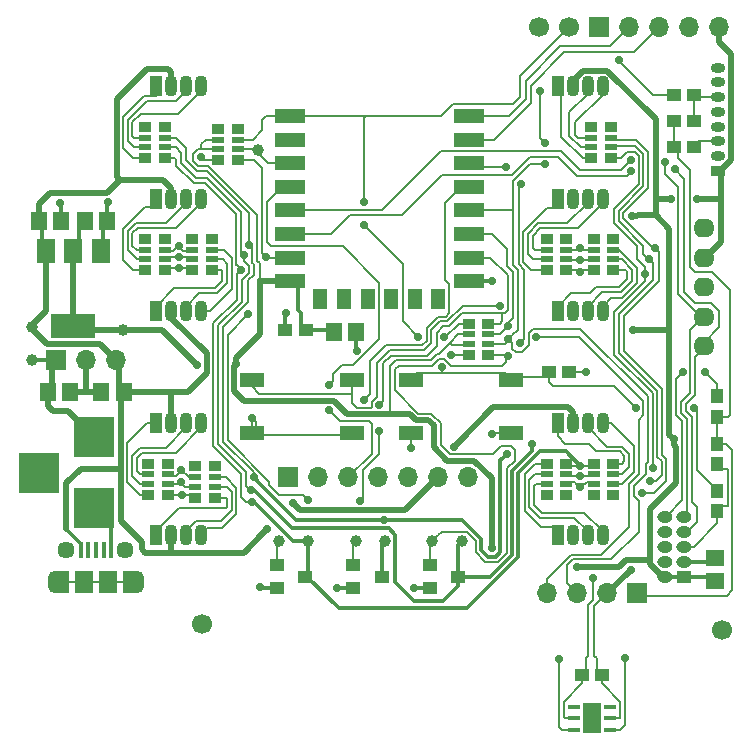
<source format=gtl>
G04 #@! TF.FileFunction,Copper,L1,Top,Signal*
%FSLAX46Y46*%
G04 Gerber Fmt 4.6, Leading zero omitted, Abs format (unit mm)*
G04 Created by KiCad (PCBNEW 4.0.7) date 05/23/18 21:21:20*
%MOMM*%
%LPD*%
G01*
G04 APERTURE LIST*
%ADD10C,0.100000*%
%ADD11R,1.000000X0.850000*%
%ADD12R,1.000000X0.600000*%
%ADD13R,1.700000X1.700000*%
%ADD14O,1.700000X1.700000*%
%ADD15R,1.300000X1.000000*%
%ADD16O,1.300000X1.000000*%
%ADD17R,3.500000X3.500000*%
%ADD18R,3.800000X2.000000*%
%ADD19R,1.500000X2.000000*%
%ADD20R,1.500000X1.900000*%
%ADD21C,1.450000*%
%ADD22R,0.400000X1.350000*%
%ADD23O,1.200000X1.900000*%
%ADD24R,1.200000X1.900000*%
%ADD25R,2.500000X1.200000*%
%ADD26R,1.200000X1.800000*%
%ADD27R,1.200000X0.850000*%
%ADD28O,1.200000X0.850000*%
%ADD29R,2.000000X1.300000*%
%ADD30C,1.000000*%
%ADD31C,1.700000*%
%ADD32R,1.600000X2.500000*%
%ADD33R,1.050000X0.450000*%
%ADD34R,1.200000X1.100000*%
%ADD35R,1.100000X1.200000*%
%ADD36R,1.400000X1.550000*%
%ADD37R,1.550000X1.400000*%
%ADD38R,1.070000X1.800000*%
%ADD39O,1.070000X1.800000*%
%ADD40O,1.800000X1.600000*%
%ADD41C,0.700000*%
%ADD42C,0.500000*%
%ADD43C,0.300000*%
%ADD44C,0.200000*%
G04 APERTURE END LIST*
D10*
D11*
X86075000Y-84825000D03*
D12*
X86075000Y-83900000D03*
X86075000Y-83100000D03*
D11*
X86075000Y-82175000D03*
X84425000Y-82175000D03*
D12*
X84425000Y-83100000D03*
X84425000Y-83900000D03*
D11*
X84425000Y-84825000D03*
X107575000Y-70075000D03*
D12*
X107575000Y-71000000D03*
X107575000Y-71800000D03*
D11*
X107575000Y-72725000D03*
X109225000Y-72725000D03*
D12*
X109225000Y-71800000D03*
X109225000Y-71000000D03*
D11*
X109225000Y-70075000D03*
D13*
X92255000Y-83100000D03*
D14*
X94795000Y-83100000D03*
X97335000Y-83100000D03*
X99875000Y-83100000D03*
X102415000Y-83100000D03*
X104955000Y-83100000D03*
X107495000Y-83100000D03*
D15*
X125785000Y-91540000D03*
D16*
X124215000Y-91540000D03*
X125785000Y-90270000D03*
X124215000Y-90270000D03*
X125785000Y-89000000D03*
X124215000Y-89000000D03*
X125785000Y-87730000D03*
X124215000Y-87730000D03*
X125785000Y-86460000D03*
X124215000Y-86460000D03*
D17*
X75850000Y-79700000D03*
X75850000Y-85700000D03*
X71150000Y-82700000D03*
D18*
X74100000Y-70250000D03*
D19*
X74100000Y-63950000D03*
X71800000Y-63950000D03*
X76400000Y-63950000D03*
D20*
X77000000Y-91950000D03*
D21*
X73500000Y-89250000D03*
D22*
X75350000Y-89250000D03*
X74700000Y-89250000D03*
X77300000Y-89250000D03*
X76650000Y-89250000D03*
X76000000Y-89250000D03*
D21*
X78500000Y-89250000D03*
D20*
X75000000Y-91950000D03*
D23*
X72500000Y-91950000D03*
X79500000Y-91950000D03*
D24*
X78900000Y-91950000D03*
X73100000Y-91950000D03*
D25*
X92400000Y-52500000D03*
X92400000Y-54500000D03*
X92400000Y-56500000D03*
X92400000Y-58500000D03*
X92400000Y-60500000D03*
X92400000Y-62500000D03*
X92400000Y-64500000D03*
X92400000Y-66500000D03*
D26*
X95000000Y-68000000D03*
X97000000Y-68000000D03*
X99000000Y-68000000D03*
X101000000Y-68000000D03*
X103000000Y-68000000D03*
X105000000Y-68000000D03*
D25*
X107600000Y-66500000D03*
X107600000Y-64500000D03*
X107600000Y-62500000D03*
X107600000Y-60500000D03*
X107600000Y-58500000D03*
X107600000Y-56500000D03*
X107600000Y-54500000D03*
X107600000Y-52500000D03*
D27*
X128700000Y-57150000D03*
D28*
X128700000Y-55900000D03*
X128700000Y-54650000D03*
X128700000Y-53400000D03*
X128700000Y-52150000D03*
X128700000Y-50900000D03*
X128700000Y-49650000D03*
X128700000Y-48400000D03*
D15*
X91300000Y-90550000D03*
X91300000Y-92450000D03*
X93700000Y-91500000D03*
X97800000Y-90550000D03*
X97800000Y-92450000D03*
X100200000Y-91500000D03*
X104300000Y-90550000D03*
X104300000Y-92450000D03*
X106700000Y-91500000D03*
D29*
X102650000Y-74850000D03*
X102650000Y-79350000D03*
X111150000Y-79350000D03*
X111150000Y-74850000D03*
X89200000Y-74850000D03*
X89200000Y-79350000D03*
X97700000Y-79350000D03*
X97700000Y-74850000D03*
D13*
X121810000Y-92900000D03*
D14*
X119270000Y-92900000D03*
X116730000Y-92900000D03*
X114190000Y-92900000D03*
D30*
X89750000Y-55400000D03*
D31*
X85000000Y-95500000D03*
D30*
X91500000Y-88500000D03*
D31*
X113490000Y-45000000D03*
X116030000Y-45000000D03*
D30*
X98000000Y-88500000D03*
X104500000Y-88500000D03*
X70600000Y-70400000D03*
X70600000Y-73200000D03*
X94000000Y-88500000D03*
X100500000Y-88500000D03*
X107000000Y-88500000D03*
X78300000Y-70600000D03*
D31*
X129000000Y-96000000D03*
D13*
X118570000Y-45000000D03*
D14*
X121110000Y-45000000D03*
X123650000Y-45000000D03*
X126190000Y-45000000D03*
X128730000Y-45000000D03*
D32*
X118000000Y-103500000D03*
D33*
X119550000Y-104500000D03*
X119550000Y-103500000D03*
X119550000Y-102500000D03*
X116450000Y-102500000D03*
X116450000Y-103500000D03*
X116450000Y-104500000D03*
D34*
X93750000Y-70600000D03*
X92050000Y-70600000D03*
X114350000Y-74200000D03*
X116050000Y-74200000D03*
X117150000Y-99800000D03*
X118850000Y-99800000D03*
D35*
X128600000Y-85950000D03*
X128600000Y-84250000D03*
D34*
X126650000Y-55100000D03*
X124950000Y-55100000D03*
X126650000Y-52900000D03*
X124950000Y-52900000D03*
X126650000Y-50700000D03*
X124950000Y-50700000D03*
D35*
X128600000Y-77950000D03*
X128600000Y-76250000D03*
X128600000Y-80250000D03*
X128600000Y-81950000D03*
D13*
X72585000Y-73150000D03*
D14*
X75125000Y-73150000D03*
X77665000Y-73150000D03*
D36*
X71950000Y-75900000D03*
X73850000Y-75900000D03*
X71150000Y-61400000D03*
X73050000Y-61400000D03*
X78350000Y-75900000D03*
X76450000Y-75900000D03*
X75050000Y-61400000D03*
X76950000Y-61400000D03*
X96150000Y-70800000D03*
X98050000Y-70800000D03*
D37*
X128400000Y-91850000D03*
X128400000Y-89950000D03*
D38*
X115095000Y-88000000D03*
D39*
X116365000Y-88000000D03*
X117635000Y-88000000D03*
X118905000Y-88000000D03*
D38*
X115095000Y-78500000D03*
D39*
X116365000Y-78500000D03*
X117635000Y-78500000D03*
X118905000Y-78500000D03*
D38*
X115095000Y-69000000D03*
D39*
X116365000Y-69000000D03*
X117635000Y-69000000D03*
X118905000Y-69000000D03*
D38*
X115095000Y-59500000D03*
D39*
X116365000Y-59500000D03*
X117635000Y-59500000D03*
X118905000Y-59500000D03*
D38*
X115095000Y-50000000D03*
D39*
X116365000Y-50000000D03*
X117635000Y-50000000D03*
X118905000Y-50000000D03*
D38*
X81095000Y-88000000D03*
D39*
X82365000Y-88000000D03*
X83635000Y-88000000D03*
X84905000Y-88000000D03*
D38*
X81095000Y-78500000D03*
D39*
X82365000Y-78500000D03*
X83635000Y-78500000D03*
X84905000Y-78500000D03*
D38*
X81095000Y-69000000D03*
D39*
X82365000Y-69000000D03*
X83635000Y-69000000D03*
X84905000Y-69000000D03*
D38*
X81095000Y-59500000D03*
D39*
X82365000Y-59500000D03*
X83635000Y-59500000D03*
X84905000Y-59500000D03*
D38*
X81095000Y-50000000D03*
D39*
X82365000Y-50000000D03*
X83635000Y-50000000D03*
X84905000Y-50000000D03*
D11*
X81825000Y-56075000D03*
D12*
X81825000Y-55150000D03*
X81825000Y-54350000D03*
D11*
X81825000Y-53425000D03*
X80175000Y-53425000D03*
D12*
X80175000Y-54350000D03*
X80175000Y-55150000D03*
D11*
X80175000Y-56075000D03*
X81825000Y-65575000D03*
D12*
X81825000Y-64650000D03*
X81825000Y-63850000D03*
D11*
X81825000Y-62925000D03*
X80175000Y-62925000D03*
D12*
X80175000Y-63850000D03*
X80175000Y-64650000D03*
D11*
X80175000Y-65575000D03*
X85825000Y-65575000D03*
D12*
X85825000Y-64650000D03*
X85825000Y-63850000D03*
D11*
X85825000Y-62925000D03*
X84175000Y-62925000D03*
D12*
X84175000Y-63850000D03*
X84175000Y-64650000D03*
D11*
X84175000Y-65575000D03*
X82075000Y-84575000D03*
D12*
X82075000Y-83650000D03*
X82075000Y-82850000D03*
D11*
X82075000Y-81925000D03*
X80425000Y-81925000D03*
D12*
X80425000Y-82850000D03*
X80425000Y-83650000D03*
D11*
X80425000Y-84575000D03*
X119575000Y-56075000D03*
D12*
X119575000Y-55150000D03*
X119575000Y-54350000D03*
D11*
X119575000Y-53425000D03*
X117925000Y-53425000D03*
D12*
X117925000Y-54350000D03*
X117925000Y-55150000D03*
D11*
X117925000Y-56075000D03*
X115825000Y-65575000D03*
D12*
X115825000Y-64650000D03*
X115825000Y-63850000D03*
D11*
X115825000Y-62925000D03*
X114175000Y-62925000D03*
D12*
X114175000Y-63850000D03*
X114175000Y-64650000D03*
D11*
X114175000Y-65575000D03*
X119825000Y-65575000D03*
D12*
X119825000Y-64650000D03*
X119825000Y-63850000D03*
D11*
X119825000Y-62925000D03*
X118175000Y-62925000D03*
D12*
X118175000Y-63850000D03*
X118175000Y-64650000D03*
D11*
X118175000Y-65575000D03*
X118175000Y-81925000D03*
D12*
X118175000Y-82850000D03*
X118175000Y-83650000D03*
D11*
X118175000Y-84575000D03*
X119825000Y-84575000D03*
D12*
X119825000Y-83650000D03*
X119825000Y-82850000D03*
D11*
X119825000Y-81925000D03*
X114175000Y-81925000D03*
D12*
X114175000Y-82850000D03*
X114175000Y-83650000D03*
D11*
X114175000Y-84575000D03*
X115825000Y-84575000D03*
D12*
X115825000Y-83650000D03*
X115825000Y-82850000D03*
D11*
X115825000Y-81925000D03*
X86375000Y-53575000D03*
D12*
X86375000Y-54500000D03*
X86375000Y-55300000D03*
D11*
X86375000Y-56225000D03*
X88025000Y-56225000D03*
D12*
X88025000Y-55300000D03*
X88025000Y-54500000D03*
D11*
X88025000Y-53575000D03*
D40*
X127500000Y-72000000D03*
X127500000Y-69500000D03*
X127500000Y-67000000D03*
X127500000Y-64500000D03*
X127500000Y-62000000D03*
D41*
X92083309Y-69216691D03*
X98100000Y-72400000D03*
X89200000Y-78099999D03*
X106100000Y-72700000D03*
X89900000Y-92400000D03*
X96400000Y-92500000D03*
X102900000Y-92500000D03*
X102700004Y-80600000D03*
X121300000Y-90900000D03*
X105500000Y-71250010D03*
X77000000Y-59800000D03*
X73000000Y-59900000D03*
X84900010Y-56000000D03*
X117500000Y-74200000D03*
X109500000Y-66500000D03*
X109500000Y-79400000D03*
X126910000Y-59500000D03*
X90500000Y-87499999D03*
X106300000Y-80500000D03*
X121500000Y-70600000D03*
X124700000Y-59500000D03*
X121358104Y-60942430D03*
X116700000Y-90700000D03*
X124907875Y-79861653D03*
X92700000Y-85300000D03*
X84599935Y-73600000D03*
X87839991Y-73500000D03*
X109500000Y-89100000D03*
X118100000Y-91599999D03*
X105300720Y-73781978D03*
X98699998Y-61700000D03*
X98700000Y-59799978D03*
X103300000Y-71200000D03*
X121700008Y-77200000D03*
X126600000Y-77200000D03*
X120300000Y-47800000D03*
X113300020Y-71200000D03*
X110909627Y-70309627D03*
X115200000Y-98500000D03*
X121300000Y-57200018D03*
X125000000Y-57000000D03*
X121300000Y-56200000D03*
X124200045Y-56400000D03*
X94000000Y-85000000D03*
X88900000Y-69300000D03*
X90400000Y-64400000D03*
X83300000Y-84600000D03*
X89200000Y-85200000D03*
X123200000Y-82300000D03*
X122490373Y-65890373D03*
X117000000Y-65700000D03*
X88300000Y-65500000D03*
X83000000Y-65400000D03*
X117000000Y-82099997D03*
X99993938Y-76939990D03*
X98400000Y-85100000D03*
X100000000Y-79200000D03*
X89350021Y-83100000D03*
X122200000Y-84400000D03*
X110800000Y-81100000D03*
X123300000Y-63700000D03*
X117000000Y-63700000D03*
X88950021Y-63403706D03*
X100400000Y-86700000D03*
X83250000Y-82500000D03*
X83000000Y-63549997D03*
X117000000Y-83900000D03*
X110900000Y-72800000D03*
X112000000Y-58300000D03*
X110700000Y-56800000D03*
X111900000Y-71700000D03*
X112900000Y-80300000D03*
X89100000Y-84200000D03*
X122900000Y-83400000D03*
X122800000Y-64600000D03*
X117000000Y-64700000D03*
X83168664Y-83531336D03*
X88550010Y-64302334D03*
X83000000Y-64450000D03*
X117000000Y-83000000D03*
X110899998Y-71400000D03*
X110249968Y-68549990D03*
X114000000Y-56600004D03*
X114000000Y-54800000D03*
X120800000Y-98400000D03*
X113600000Y-50400000D03*
X95700006Y-77400000D03*
X95700000Y-75300000D03*
X98700000Y-76579979D03*
X125700000Y-74200000D03*
X127600023Y-74200000D03*
D42*
X75850000Y-79700000D02*
X73650000Y-77500000D01*
X73650000Y-77500000D02*
X72400000Y-77500000D01*
X72400000Y-77500000D02*
X71950000Y-77050000D01*
X71950000Y-77050000D02*
X71950000Y-75900000D01*
D43*
X70600000Y-73200000D02*
X72535000Y-73200000D01*
X72535000Y-73200000D02*
X72585000Y-73150000D01*
D42*
X72585000Y-73150000D02*
X72300000Y-73435000D01*
X72300000Y-73435000D02*
X72300000Y-75550000D01*
X72300000Y-75550000D02*
X71950000Y-75900000D01*
D43*
X92050000Y-70600000D02*
X92050000Y-69250000D01*
X92050000Y-69250000D02*
X92083309Y-69216691D01*
X98050000Y-70800000D02*
X98050000Y-72350000D01*
X98050000Y-72350000D02*
X98100000Y-72400000D01*
D44*
X97700000Y-79850000D02*
X97350000Y-79500000D01*
X89600000Y-79500000D02*
X89549999Y-79449999D01*
X97350000Y-79500000D02*
X89600000Y-79500000D01*
X89549999Y-79449999D02*
X89549999Y-78449998D01*
X89549999Y-78449998D02*
X89200000Y-78099999D01*
X89200000Y-78594973D02*
X89200000Y-78099999D01*
X89200000Y-79850000D02*
X89200000Y-78594973D01*
X106125000Y-72725000D02*
X106100000Y-72700000D01*
X107575000Y-72725000D02*
X106125000Y-72725000D01*
X106725000Y-70075000D02*
X105549990Y-71250010D01*
X107575000Y-70075000D02*
X106725000Y-70075000D01*
X105549990Y-71250010D02*
X105500000Y-71250010D01*
D43*
X89950000Y-92450000D02*
X89900000Y-92400000D01*
X91300000Y-92450000D02*
X89950000Y-92450000D01*
X96450000Y-92450000D02*
X96400000Y-92500000D01*
X97800000Y-92450000D02*
X96450000Y-92450000D01*
X104300000Y-92450000D02*
X102950000Y-92450000D01*
X102950000Y-92450000D02*
X102900000Y-92500000D01*
D44*
X102650000Y-80549996D02*
X102700004Y-80600000D01*
X102650000Y-79350000D02*
X102650000Y-80549996D01*
X118850000Y-99800000D02*
X118400000Y-99350000D01*
X118400000Y-99350000D02*
X118400000Y-98400000D01*
X118200000Y-98200000D02*
X118200000Y-93970000D01*
X118400000Y-98400000D02*
X118200000Y-98200000D01*
X118200000Y-93970000D02*
X119270000Y-92900000D01*
X119550000Y-103500000D02*
X120375001Y-103500000D01*
X120375001Y-103500000D02*
X120375001Y-102075001D01*
X120375001Y-102075001D02*
X118850000Y-100550000D01*
X118850000Y-100550000D02*
X118850000Y-99800000D01*
D42*
X121270000Y-90900000D02*
X121300000Y-90900000D01*
X119270000Y-92900000D02*
X121270000Y-90900000D01*
D43*
X77300000Y-87150000D02*
X75850000Y-85700000D01*
D42*
X73850000Y-75900000D02*
X75200000Y-75900000D01*
X75200000Y-75900000D02*
X76450000Y-75900000D01*
X75125000Y-75825000D02*
X75200000Y-75900000D01*
D44*
X77000000Y-91950000D02*
X75000000Y-91950000D01*
D43*
X76950000Y-59850000D02*
X77000000Y-59800000D01*
X76600000Y-63750000D02*
X76600000Y-61750000D01*
X76600000Y-61750000D02*
X76950000Y-61400000D01*
X73050000Y-61400000D02*
X73050000Y-59950000D01*
D44*
X86375000Y-56225000D02*
X85125010Y-56225000D01*
X85125010Y-56225000D02*
X84900010Y-56000000D01*
D43*
X128080000Y-90270000D02*
X128400000Y-89950000D01*
D42*
X75125000Y-73150000D02*
X75125000Y-75825000D01*
D43*
X107600000Y-66500000D02*
X109500000Y-66500000D01*
X125635000Y-90270000D02*
X128080000Y-90270000D01*
D44*
X77000000Y-91950000D02*
X78900000Y-91950000D01*
D43*
X73050000Y-59950000D02*
X73000000Y-59900000D01*
D44*
X75000000Y-91950000D02*
X73100000Y-91950000D01*
D43*
X76400000Y-63950000D02*
X76600000Y-63750000D01*
D44*
X116050000Y-74200000D02*
X117500000Y-74200000D01*
X111150000Y-79350000D02*
X109550000Y-79350000D01*
D43*
X76950000Y-61400000D02*
X76950000Y-59850000D01*
D44*
X109550000Y-79350000D02*
X109500000Y-79400000D01*
D43*
X77300000Y-89250000D02*
X77300000Y-87150000D01*
D42*
X128900000Y-63200000D02*
X128900000Y-59600000D01*
X128900000Y-59600000D02*
X128900000Y-57200000D01*
X126910000Y-59500000D02*
X128800000Y-59500000D01*
X128800000Y-59500000D02*
X128900000Y-59600000D01*
X127500000Y-64500000D02*
X127600000Y-64500000D01*
X127600000Y-64500000D02*
X128900000Y-63200000D01*
X128850000Y-57150000D02*
X128700000Y-57150000D01*
X128900000Y-57200000D02*
X128850000Y-57150000D01*
X82365000Y-50000000D02*
X82365000Y-48765000D01*
X82365000Y-48765000D02*
X82100000Y-48500000D01*
X82100000Y-48500000D02*
X80349998Y-48500000D01*
X80349998Y-48500000D02*
X77749967Y-51100031D01*
X77749967Y-51100031D02*
X77749967Y-57624998D01*
X77749967Y-57624998D02*
X78024969Y-57900000D01*
X82300000Y-75900000D02*
X83800000Y-75900000D01*
X82365000Y-69565000D02*
X82365000Y-69000000D01*
X85399945Y-72599945D02*
X82365000Y-69565000D01*
X85399945Y-74300055D02*
X85399945Y-72599945D01*
X83800000Y-75900000D02*
X85399945Y-74300055D01*
X78100000Y-82400000D02*
X78100000Y-76400000D01*
X78100000Y-76400000D02*
X78350000Y-76150000D01*
X78350000Y-76150000D02*
X78350000Y-75900000D01*
X82365000Y-78500000D02*
X82365000Y-75965000D01*
X82365000Y-75965000D02*
X82300000Y-75900000D01*
X82300000Y-75900000D02*
X78350000Y-75900000D01*
X71150000Y-61400000D02*
X71150000Y-59950000D01*
X71150000Y-59950000D02*
X72100000Y-59000000D01*
X72100000Y-59000000D02*
X76924969Y-59000000D01*
X76924969Y-59000000D02*
X78024969Y-57900000D01*
X78024969Y-57900000D02*
X81700000Y-57900000D01*
X82365000Y-58565000D02*
X82365000Y-59500000D01*
X81700000Y-57900000D02*
X82365000Y-58565000D01*
X77665000Y-73150000D02*
X76315000Y-71800000D01*
X76315000Y-71800000D02*
X71900000Y-71800000D01*
X70450000Y-70350000D02*
X71800000Y-69000000D01*
X71900000Y-71800000D02*
X70450000Y-70350000D01*
X71800000Y-69000000D02*
X71800000Y-63950000D01*
X73500000Y-87500000D02*
X73500000Y-83600000D01*
X73500000Y-83600000D02*
X74700000Y-82400000D01*
X74700000Y-82400000D02*
X78100000Y-82400000D01*
X78100000Y-82400000D02*
X78100000Y-86800000D01*
X78100000Y-86800000D02*
X79900000Y-88600000D01*
X79900000Y-88600000D02*
X79900000Y-89200000D01*
X79900000Y-89200000D02*
X80200000Y-89500000D01*
X80200000Y-89500000D02*
X82400000Y-89500000D01*
X82400000Y-89500000D02*
X82365000Y-89465000D01*
X82365000Y-89465000D02*
X82365000Y-88000000D01*
D43*
X74700000Y-89250000D02*
X74700000Y-88700000D01*
X74700000Y-88700000D02*
X73500000Y-87500000D01*
D42*
X82365000Y-88000000D02*
X82365000Y-89500000D01*
X88499999Y-89500000D02*
X90150001Y-87849998D01*
X82365000Y-89500000D02*
X88499999Y-89500000D01*
X90150001Y-87849998D02*
X90500000Y-87499999D01*
X125100023Y-80548775D02*
X124907875Y-80356627D01*
X125100023Y-83583981D02*
X125100023Y-80548775D01*
X122900000Y-89200000D02*
X122900000Y-85784004D01*
X122900000Y-85784004D02*
X125100023Y-83583981D01*
X124907875Y-80356627D02*
X124907875Y-79861653D01*
X109650001Y-77149999D02*
X106649999Y-80150001D01*
X116365000Y-77524998D02*
X115990001Y-77149999D01*
X116365000Y-78500000D02*
X116365000Y-77524998D01*
X115990001Y-77149999D02*
X109650001Y-77149999D01*
X106649999Y-80150001D02*
X106300000Y-80500000D01*
X122900000Y-89200000D02*
X122900000Y-90100000D01*
X122900000Y-90100000D02*
X120900000Y-90100000D01*
X120900000Y-90100000D02*
X120300000Y-90700000D01*
X120300000Y-90700000D02*
X117194974Y-90700000D01*
X117194974Y-90700000D02*
X116700000Y-90700000D01*
X124557876Y-62057876D02*
X124557876Y-70500000D01*
X124557876Y-70500000D02*
X124557876Y-79511654D01*
X121500000Y-70600000D02*
X124457876Y-70600000D01*
X124457876Y-70600000D02*
X124557876Y-70500000D01*
X123400001Y-60900001D02*
X124557876Y-62057876D01*
X124557876Y-79511654D02*
X124907875Y-79861653D01*
X121358104Y-60942430D02*
X121853078Y-60942430D01*
X121853078Y-60942430D02*
X121895507Y-60900001D01*
X121895507Y-60900001D02*
X123400001Y-60900001D01*
X123400001Y-60900001D02*
X123400001Y-59500000D01*
X123400001Y-59500000D02*
X123400001Y-58900000D01*
X124700000Y-59500000D02*
X123400001Y-59500000D01*
X116365000Y-49511986D02*
X117226996Y-48649990D01*
X119313004Y-48649990D02*
X123400035Y-52737021D01*
X123400035Y-57399966D02*
X123400001Y-57400000D01*
X116365000Y-50000000D02*
X116365000Y-49511986D01*
X117226996Y-48649990D02*
X119313004Y-48649990D01*
X123400035Y-52737021D02*
X123400035Y-57399966D01*
X123400001Y-58900000D02*
X123400001Y-58900533D01*
X123400001Y-57400000D02*
X123400001Y-58900000D01*
X77665000Y-73150000D02*
X78000000Y-73485000D01*
X78000000Y-73485000D02*
X78000000Y-75550000D01*
X78000000Y-75550000D02*
X78350000Y-75900000D01*
X104955000Y-83100000D02*
X102155000Y-85900000D01*
X102155000Y-85900000D02*
X93300000Y-85900000D01*
X93300000Y-85900000D02*
X92700000Y-85300000D01*
D43*
X71150000Y-61400000D02*
X71400000Y-61650000D01*
X71400000Y-61650000D02*
X71400000Y-63550000D01*
X71400000Y-63550000D02*
X71800000Y-63950000D01*
D42*
X128730000Y-45000000D02*
X128730000Y-46202081D01*
X128730000Y-46202081D02*
X129800000Y-47272081D01*
X129800000Y-47272081D02*
X129800000Y-56225000D01*
X129800000Y-56225000D02*
X128875000Y-57150000D01*
X128875000Y-57150000D02*
X128700000Y-57150000D01*
X122900000Y-89200000D02*
X122900000Y-90448517D01*
X123400001Y-57400000D02*
X123400001Y-57900000D01*
X122900000Y-90448517D02*
X123991483Y-91540000D01*
X123991483Y-91540000D02*
X124365000Y-91540000D01*
D43*
X124365000Y-91540000D02*
X125635000Y-91540000D01*
X125635000Y-91540000D02*
X128090000Y-91540000D01*
X128090000Y-91540000D02*
X128400000Y-91850000D01*
D44*
X128600000Y-77950000D02*
X129550000Y-77950000D01*
X129700000Y-77800000D02*
X129700000Y-67200000D01*
X129550000Y-77950000D02*
X129700000Y-77800000D01*
X129700000Y-67200000D02*
X128200000Y-65700000D01*
X126700000Y-65700000D02*
X126300000Y-65300000D01*
X128200000Y-65700000D02*
X126700000Y-65700000D01*
X126300000Y-65300000D02*
X126300000Y-57100000D01*
X125300000Y-55200000D02*
X125200000Y-55100000D01*
X126300000Y-57100000D02*
X125300000Y-56100000D01*
X125300000Y-56100000D02*
X125300000Y-55200000D01*
X125200000Y-55100000D02*
X124950000Y-55100000D01*
D42*
X87839991Y-73500000D02*
X87839991Y-73560009D01*
X87700000Y-75800000D02*
X88500000Y-76600000D01*
X87839991Y-73560009D02*
X87700000Y-73700000D01*
X87700000Y-73700000D02*
X87700000Y-75800000D01*
X88500000Y-76600000D02*
X96124802Y-76600000D01*
X96124802Y-76600000D02*
X97224802Y-77700000D01*
X97224802Y-77700000D02*
X101000000Y-77700000D01*
D43*
X92400000Y-66500000D02*
X92700000Y-66800000D01*
X92700000Y-66800000D02*
X93100000Y-66800000D01*
X93100000Y-66800000D02*
X93100000Y-68900000D01*
X93100000Y-68900000D02*
X93400000Y-69200000D01*
X93400000Y-69200000D02*
X93400000Y-70250000D01*
X93400000Y-70250000D02*
X93750000Y-70600000D01*
X93750000Y-70600000D02*
X95950000Y-70600000D01*
X95950000Y-70600000D02*
X96150000Y-70800000D01*
D42*
X101000000Y-77700000D02*
X102588736Y-77700000D01*
D44*
X100900000Y-73700000D02*
X100900000Y-77600000D01*
X100900000Y-77600000D02*
X101000000Y-77700000D01*
D42*
X108019014Y-81700012D02*
X109500000Y-83180998D01*
X104600000Y-80539835D02*
X105760177Y-81700012D01*
X102588736Y-77700000D02*
X103138735Y-78249999D01*
X103138735Y-78249999D02*
X104149999Y-78249999D01*
X104149999Y-78249999D02*
X104600000Y-78700000D01*
X109500000Y-83180998D02*
X109500000Y-88605026D01*
X104600000Y-78700000D02*
X104600000Y-80539835D01*
X105760177Y-81700012D02*
X108019014Y-81700012D01*
X109500000Y-88605026D02*
X109500000Y-89100000D01*
D44*
X84900000Y-54900000D02*
X84900000Y-55300000D01*
X85300000Y-54500000D02*
X84900000Y-54900000D01*
X84700000Y-55300000D02*
X84900000Y-55300000D01*
X84900000Y-55300000D02*
X86375000Y-55300000D01*
X86375000Y-54500000D02*
X85300000Y-54500000D01*
X85497100Y-56700000D02*
X89651917Y-60854817D01*
X89651917Y-60854817D02*
X89651917Y-64758515D01*
X89877948Y-65861922D02*
X89877948Y-66356896D01*
X84700000Y-55300000D02*
X84637988Y-55300000D01*
X84637988Y-55300000D02*
X84249990Y-55687998D01*
X84249990Y-55687998D02*
X84249990Y-56311982D01*
X84249990Y-56311982D02*
X84638008Y-56700000D01*
X89877948Y-64984546D02*
X89877948Y-65861922D01*
X84638008Y-56700000D02*
X85497100Y-56700000D01*
X89651917Y-64758515D02*
X89877948Y-64984546D01*
D42*
X84249936Y-73250001D02*
X84599935Y-73600000D01*
X78300000Y-70600000D02*
X81599935Y-70600000D01*
X81599935Y-70600000D02*
X84249936Y-73250001D01*
X87839991Y-73500000D02*
X87839991Y-72960009D01*
X87839991Y-72960009D02*
X89877948Y-70922052D01*
X89877948Y-70922052D02*
X89877948Y-66851870D01*
X89877948Y-66851870D02*
X89877948Y-66356896D01*
X74100000Y-70250000D02*
X74450000Y-70600000D01*
X74450000Y-70600000D02*
X78300000Y-70600000D01*
D44*
X106672296Y-71000000D02*
X105972296Y-71700000D01*
X105972296Y-71700000D02*
X105022309Y-72649987D01*
X107575000Y-71800000D02*
X107475000Y-71900000D01*
X107475000Y-71900000D02*
X106172296Y-71900000D01*
X106172296Y-71900000D02*
X105972296Y-71700000D01*
X104372296Y-73200000D02*
X101400000Y-73200000D01*
X101400000Y-73200000D02*
X100900000Y-73700000D01*
X107575000Y-71000000D02*
X106672296Y-71000000D01*
X105022309Y-72649987D02*
X104922309Y-72649987D01*
X104922309Y-72649987D02*
X104372296Y-73200000D01*
X118100000Y-91599999D02*
X118100000Y-93504300D01*
X118100000Y-93504300D02*
X117700000Y-93904300D01*
X117700000Y-93904300D02*
X117700000Y-98200000D01*
X117700000Y-98200000D02*
X117500000Y-98400000D01*
X117500000Y-98400000D02*
X117500000Y-99450000D01*
X117500000Y-99450000D02*
X117150000Y-99800000D01*
X128600000Y-80250000D02*
X129350000Y-80250000D01*
X129350000Y-80250000D02*
X129900000Y-80800000D01*
X129400000Y-93100000D02*
X122200000Y-93100000D01*
X129900000Y-80800000D02*
X129900000Y-92600000D01*
X129900000Y-92600000D02*
X129400000Y-93100000D01*
X122200000Y-93100000D02*
X122000000Y-92900000D01*
X122000000Y-92900000D02*
X121810000Y-92900000D01*
X116450000Y-103500000D02*
X115725000Y-103500000D01*
X115725000Y-103500000D02*
X115624999Y-103399999D01*
X115624999Y-103399999D02*
X115624999Y-102075001D01*
X115624999Y-102075001D02*
X117150000Y-100550000D01*
X117150000Y-100550000D02*
X117150000Y-99800000D01*
D42*
X92400000Y-66500000D02*
X90021052Y-66500000D01*
X90021052Y-66500000D02*
X89877948Y-66356896D01*
D43*
X74100000Y-63950000D02*
X74600000Y-63450000D01*
X74600000Y-63450000D02*
X74600000Y-61850000D01*
X74600000Y-61850000D02*
X75050000Y-61400000D01*
D42*
X74100000Y-70250000D02*
X74100000Y-68750000D01*
X74100000Y-68750000D02*
X74100000Y-63950000D01*
D44*
X128600000Y-77950000D02*
X128600000Y-80250000D01*
X124950000Y-55100000D02*
X124950000Y-54350000D01*
X124950000Y-54350000D02*
X124950000Y-52900000D01*
X105300720Y-73781978D02*
X105300720Y-74276952D01*
X105277672Y-74300000D02*
X103200000Y-74300000D01*
X105300720Y-74276952D02*
X105277672Y-74300000D01*
X103200000Y-74300000D02*
X102650000Y-74850000D01*
X105300000Y-74300000D02*
X110600000Y-74300000D01*
X110600000Y-74300000D02*
X111150000Y-74850000D01*
X103300000Y-71200000D02*
X102000000Y-69900000D01*
X102000000Y-65000002D02*
X99049997Y-62049999D01*
X98700000Y-52700000D02*
X98700000Y-59305004D01*
X98700000Y-59305004D02*
X98700000Y-59799978D01*
X98900000Y-52500000D02*
X98700000Y-52700000D01*
X99049997Y-62049999D02*
X98699998Y-61700000D01*
X102000000Y-69900000D02*
X102000000Y-65000002D01*
X88025000Y-54500000D02*
X89300000Y-54500000D01*
X89300000Y-54500000D02*
X90100000Y-53700000D01*
X90100000Y-53700000D02*
X90100000Y-52800000D01*
X90100000Y-52800000D02*
X90400000Y-52500000D01*
X90400000Y-52500000D02*
X90950000Y-52500000D01*
X90950000Y-52500000D02*
X92400000Y-52500000D01*
X114350000Y-74200000D02*
X114350000Y-75050000D01*
X114350000Y-75050000D02*
X114700000Y-75400000D01*
X114700000Y-75400000D02*
X119900008Y-75400000D01*
X119900008Y-75400000D02*
X121700008Y-77200000D01*
X126900000Y-82500000D02*
X126900000Y-77500000D01*
X126900000Y-77500000D02*
X126600000Y-77200000D01*
X128600000Y-84200000D02*
X126900000Y-82500000D01*
X128600000Y-84250000D02*
X128600000Y-84200000D01*
X120649999Y-48149999D02*
X120300000Y-47800000D01*
X123200000Y-50700000D02*
X120649999Y-48149999D01*
X124950000Y-50700000D02*
X123200000Y-50700000D01*
X98900000Y-52500000D02*
X105209998Y-52500000D01*
X105209998Y-52500000D02*
X106209998Y-51500000D01*
X111900000Y-49130000D02*
X116030000Y-45000000D01*
X106209998Y-51500000D02*
X111300000Y-51500000D01*
X111900000Y-50900000D02*
X111900000Y-49130000D01*
X111300000Y-51500000D02*
X111900000Y-50900000D01*
X114350000Y-74200000D02*
X113950000Y-74600000D01*
X113950000Y-74600000D02*
X111400000Y-74600000D01*
X111400000Y-74600000D02*
X111150000Y-74850000D01*
X92400000Y-52500000D02*
X98900000Y-52500000D01*
X107600000Y-52500000D02*
X111000000Y-52500000D01*
X111000000Y-52500000D02*
X112399990Y-51100010D01*
X112399990Y-51100010D02*
X112399990Y-49500010D01*
X112399990Y-49500010D02*
X115300000Y-46600000D01*
X115300000Y-46600000D02*
X119510000Y-46600000D01*
X119510000Y-46600000D02*
X121110000Y-45000000D01*
X107600000Y-54500000D02*
X109700000Y-54500000D01*
X109700000Y-54500000D02*
X112800000Y-51400000D01*
X112800000Y-51400000D02*
X112800000Y-49950000D01*
X112800000Y-49950000D02*
X115650000Y-47100000D01*
X115650000Y-47100000D02*
X121550000Y-47100000D01*
X121550000Y-47100000D02*
X123650000Y-45000000D01*
X107600000Y-62500000D02*
X109500000Y-62500000D01*
X109500000Y-62500000D02*
X110800000Y-63800000D01*
X111299988Y-69625012D02*
X110825000Y-70100000D01*
X110800000Y-63800000D02*
X110800000Y-65197100D01*
X110800000Y-65197100D02*
X111299988Y-65697088D01*
X111299988Y-65697088D02*
X111299988Y-69625012D01*
X122000000Y-78200000D02*
X122350009Y-77849991D01*
X121149987Y-83622309D02*
X122000000Y-82772296D01*
X118800893Y-89649989D02*
X121149987Y-87300895D01*
X113794994Y-71200000D02*
X113300020Y-71200000D01*
X121149987Y-87300895D02*
X121149987Y-83622309D01*
X116222310Y-89649989D02*
X118800893Y-89649989D01*
X122000000Y-82772296D02*
X122000000Y-78200000D01*
X116900000Y-71200000D02*
X113794994Y-71200000D01*
X114190000Y-91682299D02*
X116222310Y-89649989D01*
X114190000Y-92900000D02*
X114190000Y-91682299D01*
X122350009Y-77849991D02*
X122350009Y-76650009D01*
X122350009Y-76650009D02*
X116900000Y-71200000D01*
X110825000Y-70100000D02*
X110825000Y-70375000D01*
X110825000Y-70375000D02*
X110200000Y-71000000D01*
X110200000Y-71000000D02*
X109225000Y-71000000D01*
X110825000Y-70100000D02*
X110825000Y-70225000D01*
X110825000Y-70225000D02*
X110909627Y-70309627D01*
X116450000Y-104500000D02*
X115500000Y-104500000D01*
X115500000Y-104500000D02*
X115200000Y-104200000D01*
X115200000Y-98994974D02*
X115200000Y-98500000D01*
X115200000Y-104200000D02*
X115200000Y-98994974D01*
X127500000Y-72000000D02*
X127500000Y-71700000D01*
X127500000Y-71700000D02*
X128800000Y-70400000D01*
X128800000Y-70400000D02*
X128800000Y-69000000D01*
X128800000Y-69000000D02*
X128100000Y-68300000D01*
X128100000Y-68300000D02*
X126700000Y-68300000D01*
X126700000Y-68300000D02*
X125800000Y-67400000D01*
X125800000Y-67400000D02*
X125800000Y-57800000D01*
X125800000Y-57800000D02*
X125000000Y-57000000D01*
X125635000Y-87730000D02*
X126070000Y-87730000D01*
X125949998Y-76887998D02*
X126700000Y-76137996D01*
X126070000Y-87730000D02*
X126900010Y-86899990D01*
X126450056Y-78012060D02*
X125949998Y-77512002D01*
X126700000Y-76137996D02*
X126700000Y-72900000D01*
X126900010Y-86899990D02*
X126900010Y-85600000D01*
X126450056Y-85150046D02*
X126450056Y-78012060D01*
X126700000Y-72900000D02*
X127500000Y-72100000D01*
X126900010Y-85600000D02*
X126450056Y-85150046D01*
X125949998Y-77512002D02*
X125949998Y-76887998D01*
X127500000Y-72100000D02*
X127500000Y-72000000D01*
X92400000Y-62500000D02*
X95900000Y-62500000D01*
X105300000Y-57500000D02*
X111200000Y-57500000D01*
X95900000Y-62500000D02*
X97499989Y-60900011D01*
X97499989Y-60900011D02*
X101899989Y-60900011D01*
X120950001Y-57550017D02*
X121300000Y-57200018D01*
X101899989Y-60900011D02*
X105300000Y-57500000D01*
X111200000Y-57500000D02*
X112750002Y-55949998D01*
X112750002Y-55949998D02*
X115149998Y-55949998D01*
X115149998Y-55949998D02*
X116750017Y-57550017D01*
X116750017Y-57550017D02*
X120950001Y-57550017D01*
X125635000Y-86460000D02*
X126050045Y-86044955D01*
X125549987Y-77677691D02*
X125549987Y-76722309D01*
X126050045Y-86044955D02*
X126050045Y-78177749D01*
X126050045Y-78177749D02*
X125549987Y-77677691D01*
X125549987Y-76722309D02*
X126310001Y-75962295D01*
X126310001Y-75962295D02*
X126310001Y-70589999D01*
X126310001Y-70589999D02*
X127400000Y-69500000D01*
X127400000Y-69500000D02*
X127500000Y-69500000D01*
X125310001Y-58510001D02*
X125310001Y-67100000D01*
X127260880Y-69500000D02*
X125310001Y-67549121D01*
X127500000Y-69500000D02*
X127260880Y-69500000D01*
X125310001Y-67549121D02*
X125310001Y-67100000D01*
X124200045Y-56400000D02*
X124200045Y-57400045D01*
X124200045Y-57400045D02*
X125310001Y-58510001D01*
X100200000Y-60500000D02*
X105200000Y-55500000D01*
X116949999Y-57049999D02*
X120450001Y-57049999D01*
X105200000Y-55500000D02*
X115400000Y-55500000D01*
X92400000Y-60500000D02*
X100200000Y-60500000D01*
X115400000Y-55500000D02*
X116949999Y-57049999D01*
X120450001Y-57049999D02*
X120950001Y-56549999D01*
X120950001Y-56549999D02*
X121300000Y-56200000D01*
X80175000Y-54350000D02*
X79250000Y-54350000D01*
X79250000Y-54350000D02*
X79100000Y-54200000D01*
X79100000Y-54200000D02*
X79100000Y-53034998D01*
X82970000Y-52300000D02*
X84905000Y-50365000D01*
X79100000Y-53034998D02*
X79834998Y-52300000D01*
X79834998Y-52300000D02*
X82970000Y-52300000D01*
X84905000Y-50365000D02*
X84905000Y-50000000D01*
X80175000Y-55150000D02*
X79250000Y-55150000D01*
X79250000Y-55150000D02*
X78699989Y-54599989D01*
X78699989Y-54599989D02*
X78699989Y-52869309D01*
X78699989Y-52869309D02*
X80369298Y-51200001D01*
X80369298Y-51200001D02*
X82799999Y-51200001D01*
X82799999Y-51200001D02*
X83635000Y-50365000D01*
X83635000Y-50365000D02*
X83635000Y-50000000D01*
X79475000Y-63850000D02*
X80175000Y-63850000D01*
X79100000Y-63475000D02*
X79475000Y-63850000D01*
X84905000Y-59500000D02*
X84905000Y-59865000D01*
X79100000Y-62431400D02*
X79100000Y-63475000D01*
X79531400Y-62000000D02*
X79100000Y-62431400D01*
X84905000Y-59865000D02*
X82770000Y-62000000D01*
X82770000Y-62000000D02*
X79531400Y-62000000D01*
X78699989Y-62265711D02*
X78699989Y-63874989D01*
X79475000Y-64650000D02*
X80175000Y-64650000D01*
X79365711Y-61599989D02*
X78699989Y-62265711D01*
X81900011Y-61599989D02*
X79365711Y-61599989D01*
X78699989Y-63874989D02*
X79475000Y-64650000D01*
X83635000Y-59865000D02*
X81900011Y-61599989D01*
X83635000Y-59500000D02*
X83635000Y-59865000D01*
X85640000Y-69000000D02*
X87500020Y-67139980D01*
X87500020Y-67139980D02*
X87500020Y-64500020D01*
X84905000Y-69000000D02*
X85640000Y-69000000D01*
X87500020Y-64500020D02*
X86850000Y-63850000D01*
X86850000Y-63850000D02*
X85825000Y-63850000D01*
X83635000Y-69000000D02*
X83635000Y-68635000D01*
X83635000Y-68635000D02*
X84769989Y-67500011D01*
X87100011Y-65000011D02*
X86750000Y-64650000D01*
X84769989Y-67500011D02*
X86265689Y-67500011D01*
X86265689Y-67500011D02*
X87100011Y-66665689D01*
X87100011Y-66665689D02*
X87100011Y-65000011D01*
X86750000Y-64650000D02*
X85825000Y-64650000D01*
X82770000Y-81000000D02*
X84905000Y-78865000D01*
X79450033Y-81434965D02*
X79884998Y-81000000D01*
X80425000Y-82850000D02*
X79725000Y-82850000D01*
X79725000Y-82850000D02*
X79450033Y-82575033D01*
X79450033Y-82575033D02*
X79450033Y-81434965D01*
X84905000Y-78865000D02*
X84905000Y-78500000D01*
X79884998Y-81000000D02*
X82770000Y-81000000D01*
X79719309Y-80599989D02*
X79050022Y-81269276D01*
X79050022Y-82975022D02*
X79725000Y-83650000D01*
X81900011Y-80599989D02*
X79719309Y-80599989D01*
X79725000Y-83650000D02*
X80425000Y-83650000D01*
X83635000Y-78865000D02*
X81900011Y-80599989D01*
X83635000Y-78500000D02*
X83635000Y-78865000D01*
X79050022Y-81269276D02*
X79050022Y-82975022D01*
X84905000Y-88000000D02*
X84905000Y-87895000D01*
X87025000Y-83100000D02*
X86075000Y-83100000D01*
X84905000Y-87895000D02*
X85381736Y-87418264D01*
X87900000Y-86200000D02*
X87900000Y-83975000D01*
X85381736Y-87418264D02*
X86681736Y-87418264D01*
X86681736Y-87418264D02*
X87900000Y-86200000D01*
X87900000Y-83975000D02*
X87025000Y-83100000D01*
X86075000Y-83900000D02*
X87100000Y-83900000D01*
X87100000Y-83900000D02*
X87500000Y-84300000D01*
X87500000Y-84300000D02*
X87500000Y-85900000D01*
X87500000Y-85900000D02*
X86600010Y-86799990D01*
X84470010Y-86799990D02*
X83635000Y-87635000D01*
X86600010Y-86799990D02*
X84470010Y-86799990D01*
X83635000Y-87635000D02*
X83635000Y-88000000D01*
X117925000Y-54350000D02*
X116850000Y-54350000D01*
X116850000Y-54350000D02*
X116600000Y-54100000D01*
X116600000Y-54100000D02*
X116600000Y-53000000D01*
X116600000Y-53000000D02*
X118905000Y-50695000D01*
X118905000Y-50695000D02*
X118905000Y-50000000D01*
X117635000Y-50000000D02*
X117635000Y-50665000D01*
X117635000Y-50665000D02*
X116100000Y-52200000D01*
X116100000Y-52200000D02*
X116100000Y-54165700D01*
X116100000Y-54165700D02*
X117084300Y-55150000D01*
X117084300Y-55150000D02*
X117225000Y-55150000D01*
X117225000Y-55150000D02*
X117925000Y-55150000D01*
X118905000Y-59500000D02*
X118905000Y-59895000D01*
X118905000Y-59895000D02*
X116800000Y-62000000D01*
X116800000Y-62000000D02*
X113634998Y-62000000D01*
X113000000Y-63700000D02*
X113150000Y-63850000D01*
X113634998Y-62000000D02*
X113000000Y-62634998D01*
X113000000Y-62634998D02*
X113000000Y-63700000D01*
X113150000Y-63850000D02*
X114175000Y-63850000D01*
X117635000Y-59500000D02*
X117635000Y-59865000D01*
X117635000Y-59865000D02*
X115900011Y-61599989D01*
X115900011Y-61599989D02*
X113469309Y-61599989D01*
X112599989Y-64199989D02*
X113050000Y-64650000D01*
X113469309Y-61599989D02*
X112599989Y-62469309D01*
X112599989Y-62469309D02*
X112599989Y-64199989D01*
X113050000Y-64650000D02*
X114175000Y-64650000D01*
X118905000Y-68635000D02*
X119640000Y-67900000D01*
X118905000Y-69000000D02*
X118905000Y-68635000D01*
X121800022Y-65368622D02*
X120281400Y-63850000D01*
X120281400Y-63850000D02*
X119825000Y-63850000D01*
X121800022Y-66631378D02*
X121800022Y-65368622D01*
X119640000Y-67900000D02*
X120531400Y-67900000D01*
X120531400Y-67900000D02*
X121800022Y-66631378D01*
X120515700Y-64650000D02*
X119825000Y-64650000D01*
X121400011Y-66465689D02*
X121400011Y-65534311D01*
X117635000Y-69000000D02*
X117635000Y-68635000D01*
X120465699Y-67400001D02*
X121400011Y-66465689D01*
X121400011Y-65534311D02*
X120515700Y-64650000D01*
X118869999Y-67400001D02*
X120465699Y-67400001D01*
X117635000Y-68635000D02*
X118869999Y-67400001D01*
X118905000Y-78500000D02*
X119640000Y-78500000D01*
X119640000Y-78500000D02*
X121550020Y-80410020D01*
X121550020Y-82624980D02*
X120525000Y-83650000D01*
X121550020Y-80410020D02*
X121550020Y-82624980D01*
X120525000Y-83650000D02*
X119825000Y-83650000D01*
X120525000Y-82850000D02*
X119825000Y-82850000D01*
X120565689Y-80499989D02*
X121150011Y-81084311D01*
X121150011Y-81084311D02*
X121150010Y-82224990D01*
X119269989Y-80499989D02*
X120565689Y-80499989D01*
X121150010Y-82224990D02*
X120525000Y-82850000D01*
X117635000Y-78865000D02*
X119269989Y-80499989D01*
X117635000Y-78500000D02*
X117635000Y-78865000D01*
X114175000Y-83650000D02*
X113250000Y-83650000D01*
X113250000Y-83650000D02*
X113100000Y-83800000D01*
X113100000Y-83800000D02*
X113100000Y-85400000D01*
X113800000Y-86100000D02*
X117370000Y-86100000D01*
X113100000Y-85400000D02*
X113800000Y-86100000D01*
X117370000Y-86100000D02*
X118905000Y-87635000D01*
X118905000Y-87635000D02*
X118905000Y-88000000D01*
X114175000Y-82850000D02*
X113150000Y-82850000D01*
X113150000Y-82850000D02*
X112699989Y-83300011D01*
X112699989Y-83300011D02*
X112699989Y-85565689D01*
X112699989Y-85565689D02*
X113634311Y-86500011D01*
X113634311Y-86500011D02*
X116500011Y-86500011D01*
X116500011Y-86500011D02*
X117635000Y-87635000D01*
X117635000Y-87635000D02*
X117635000Y-88000000D01*
X93650001Y-84650001D02*
X94000000Y-85000000D01*
X88900000Y-69300000D02*
X87149989Y-71050011D01*
X91514998Y-84600000D02*
X93600000Y-84600000D01*
X93600000Y-84600000D02*
X93650001Y-84650001D01*
X90700000Y-83785002D02*
X91514998Y-84600000D01*
X90700000Y-83469305D02*
X90700000Y-83785002D01*
X87149989Y-79919294D02*
X90700000Y-83469305D01*
X87149989Y-71050011D02*
X87149989Y-79919294D01*
X90400000Y-64400000D02*
X90100000Y-64100000D01*
X90100000Y-64100000D02*
X90100000Y-56900000D01*
X90100000Y-56900000D02*
X89425000Y-56225000D01*
X89425000Y-56225000D02*
X88025000Y-56225000D01*
X90500000Y-64500000D02*
X90400000Y-64400000D01*
X91300000Y-90550000D02*
X91300000Y-88700000D01*
X91300000Y-88700000D02*
X91500000Y-88500000D01*
X90500000Y-64500000D02*
X92400000Y-64500000D01*
X81825000Y-56075000D02*
X82674990Y-56075000D01*
X82674990Y-56075000D02*
X82799990Y-56200000D01*
X82799990Y-56200000D02*
X82799990Y-56699990D01*
X82799990Y-56699990D02*
X84277701Y-58177701D01*
X84277701Y-58177701D02*
X85277701Y-58177701D01*
X85277701Y-58177701D02*
X87900000Y-60800000D01*
X87900000Y-60800000D02*
X87900000Y-64334300D01*
X87900000Y-64334300D02*
X87900031Y-64334331D01*
X87900031Y-64334331D02*
X87900031Y-65100031D01*
X87900031Y-65100031D02*
X87950001Y-65150001D01*
X87950001Y-65150001D02*
X88300000Y-65500000D01*
X85949956Y-70063180D02*
X85949956Y-80463520D01*
X88705026Y-85200000D02*
X89200000Y-85200000D01*
X88300000Y-84794974D02*
X88705026Y-85200000D01*
X85949956Y-80463520D02*
X88300000Y-82813564D01*
X87950001Y-68063135D02*
X85949956Y-70063180D01*
X87950001Y-65849999D02*
X87950001Y-68063135D01*
X88300000Y-65500000D02*
X87950001Y-65849999D01*
X88300000Y-82813564D02*
X88300000Y-84794974D01*
X83275000Y-84575000D02*
X83300000Y-84600000D01*
X82075000Y-84575000D02*
X83275000Y-84575000D01*
X83794974Y-84600000D02*
X83300000Y-84600000D01*
X84400000Y-84600000D02*
X83794974Y-84600000D01*
X84425000Y-84575000D02*
X84400000Y-84600000D01*
D43*
X94000000Y-88500000D02*
X92700000Y-88500000D01*
X92700000Y-88500000D02*
X89400000Y-85200000D01*
X89400000Y-85200000D02*
X89200000Y-85200000D01*
X117000000Y-82099997D02*
X115800003Y-80900000D01*
X111750000Y-82713590D02*
X111750000Y-89865948D01*
X115800003Y-80900000D02*
X113563590Y-80900000D01*
X113563590Y-80900000D02*
X111750000Y-82713590D01*
X111750000Y-89865948D02*
X107415948Y-94200000D01*
X107415948Y-94200000D02*
X96550000Y-94200000D01*
X96550000Y-94200000D02*
X93850000Y-91500000D01*
X93850000Y-91500000D02*
X93700000Y-91500000D01*
X93700000Y-91500000D02*
X94000000Y-91200000D01*
X94000000Y-91200000D02*
X94000000Y-88500000D01*
D44*
X122490373Y-65890373D02*
X122490373Y-66506727D01*
X122490373Y-66506727D02*
X119899978Y-69097122D01*
X119899978Y-69097122D02*
X119899978Y-72699978D01*
X119899978Y-72699978D02*
X123150027Y-75950027D01*
X123150027Y-75950027D02*
X123150027Y-82050027D01*
X123150027Y-82050027D02*
X123300000Y-82200000D01*
X123300000Y-82200000D02*
X123200000Y-82300000D01*
X119450000Y-56050000D02*
X120487998Y-56050000D01*
X120987999Y-55549999D02*
X121612001Y-55549999D01*
X121849999Y-64649999D02*
X122490373Y-65290373D01*
X120487998Y-56050000D02*
X120987999Y-55549999D01*
X121612001Y-55549999D02*
X121950001Y-55887999D01*
X121950001Y-55887999D02*
X121950001Y-58256597D01*
X119849961Y-60356637D02*
X119849961Y-61543363D01*
X121849999Y-63543401D02*
X121849999Y-64649999D01*
X121950001Y-58256597D02*
X119849961Y-60356637D01*
X119849961Y-61543363D02*
X121849999Y-63543401D01*
X122490373Y-65290373D02*
X122490373Y-65890373D01*
X117125000Y-65575000D02*
X117000000Y-65700000D01*
X116875000Y-65575000D02*
X117000000Y-65700000D01*
X115825000Y-65575000D02*
X116875000Y-65575000D01*
X118175000Y-65575000D02*
X117125000Y-65575000D01*
X117000000Y-82099997D02*
X118000003Y-82099997D01*
X118000003Y-82099997D02*
X118175000Y-81925000D01*
X83000000Y-65400000D02*
X83775000Y-65400000D01*
X83000000Y-65400000D02*
X82225000Y-65400000D01*
X117000000Y-82099997D02*
X116505026Y-82099997D01*
X117000000Y-82099997D02*
X116025003Y-82099997D01*
X100349999Y-73450001D02*
X100349999Y-76583929D01*
X104000000Y-72800000D02*
X101000000Y-72800000D01*
X104849999Y-71950001D02*
X104000000Y-72800000D01*
X104849999Y-70850023D02*
X104849999Y-71950001D01*
X110400000Y-69200000D02*
X107034300Y-69200000D01*
X100343937Y-76589991D02*
X99993938Y-76939990D01*
X105400000Y-70300022D02*
X104849999Y-70850023D01*
X105934278Y-70300022D02*
X105400000Y-70300022D01*
X107034300Y-69200000D02*
X105934278Y-70300022D01*
X101000000Y-72800000D02*
X100349999Y-73450001D01*
X100349999Y-76583929D02*
X100343937Y-76589991D01*
X110400000Y-69200000D02*
X110600000Y-69200000D01*
X110600000Y-69200000D02*
X110899977Y-68900023D01*
X110899977Y-68900023D02*
X110899977Y-65999977D01*
X110899977Y-65999977D02*
X109400000Y-64500000D01*
X109400000Y-64500000D02*
X107600000Y-64500000D01*
X100000000Y-79200000D02*
X100000000Y-81100000D01*
X100000000Y-81100000D02*
X98600000Y-82500000D01*
X98600000Y-82500000D02*
X98600000Y-84900000D01*
X98600000Y-84900000D02*
X98400000Y-85100000D01*
X110400000Y-69600000D02*
X110400000Y-69200000D01*
X110400000Y-69600000D02*
X110400000Y-69900000D01*
X110400000Y-69900000D02*
X110225000Y-70075000D01*
X110225000Y-70075000D02*
X109225000Y-70075000D01*
X109225000Y-70075000D02*
X109150000Y-70075000D01*
X97800000Y-90550000D02*
X97800000Y-88700000D01*
X97800000Y-88700000D02*
X98000000Y-88500000D01*
X84425000Y-83100000D02*
X83850000Y-83100000D01*
X83850000Y-83100000D02*
X83250000Y-82500000D01*
X85200000Y-57200000D02*
X84572309Y-57200000D01*
X84572309Y-57200000D02*
X83600010Y-56227701D01*
X83600010Y-56227701D02*
X83600010Y-55200010D01*
X83600010Y-55200010D02*
X82750000Y-54350000D01*
X82750000Y-54350000D02*
X81825000Y-54350000D01*
X86749978Y-80084983D02*
X89350021Y-82685026D01*
X89250012Y-63703697D02*
X89250012Y-64922310D01*
X89350012Y-65977690D02*
X88900022Y-66427680D01*
X89250012Y-64922310D02*
X89350012Y-65022310D01*
X88900022Y-66427680D02*
X88900022Y-68244515D01*
X89350012Y-65022310D02*
X89350012Y-65977690D01*
X88950021Y-63403706D02*
X89250012Y-63703697D01*
X88900022Y-68244515D02*
X86749978Y-70394559D01*
X89350021Y-82685026D02*
X89350021Y-83100000D01*
X86749978Y-70394559D02*
X86749978Y-80084983D01*
D43*
X100400000Y-86700000D02*
X92950021Y-86700000D01*
X89700020Y-83449999D02*
X89350021Y-83100000D01*
X92950021Y-86700000D02*
X89700020Y-83449999D01*
D44*
X88950021Y-60718621D02*
X85431400Y-57200000D01*
X88950021Y-63403706D02*
X88950021Y-60718621D01*
X85431400Y-57200000D02*
X85200000Y-57200000D01*
X85282281Y-57200000D02*
X85200000Y-57200000D01*
X123649999Y-64049999D02*
X123649999Y-66478501D01*
X124300000Y-81572298D02*
X124300000Y-83394974D01*
X123300000Y-63700000D02*
X123649999Y-64049999D01*
X123294974Y-84400000D02*
X122694974Y-84400000D01*
X120700000Y-72368600D02*
X123950049Y-75618649D01*
X120700000Y-69428500D02*
X120700000Y-72368600D01*
X123649999Y-66478501D02*
X120700000Y-69428500D01*
X124300000Y-83394974D02*
X123294974Y-84400000D01*
X123950049Y-75618649D02*
X123950049Y-81222347D01*
X123950049Y-81222347D02*
X124300000Y-81572298D01*
X122694974Y-84400000D02*
X122200000Y-84400000D01*
D43*
X110450001Y-81449999D02*
X110800000Y-81100000D01*
X100400000Y-86700000D02*
X107020412Y-86700000D01*
X109836002Y-89800002D02*
X110250001Y-89386003D01*
X108599998Y-89236002D02*
X109163998Y-89800002D01*
X110250001Y-89386003D02*
X110250001Y-81649999D01*
X108599998Y-88279586D02*
X108599998Y-89236002D01*
X109163998Y-89800002D02*
X109836002Y-89800002D01*
X110250001Y-81649999D02*
X110450001Y-81449999D01*
X107020412Y-86700000D02*
X108599998Y-88279586D01*
D44*
X119450000Y-54550000D02*
X121743402Y-54550000D01*
X123200000Y-63700000D02*
X123300000Y-63700000D01*
X121743402Y-54550000D02*
X122750023Y-55556621D01*
X122750023Y-55556621D02*
X122750023Y-58587975D01*
X122750023Y-58587975D02*
X120649983Y-60688015D01*
X123196402Y-63700000D02*
X123200000Y-63700000D01*
X120649983Y-60688015D02*
X120649983Y-61153581D01*
X120649983Y-61153581D02*
X123196402Y-63700000D01*
X117150000Y-63850000D02*
X117000000Y-63700000D01*
X118175000Y-63850000D02*
X117150000Y-63850000D01*
X115825000Y-63850000D02*
X116850000Y-63850000D01*
X116850000Y-63850000D02*
X117000000Y-63700000D01*
D43*
X100200000Y-91500000D02*
X100200000Y-88800000D01*
X100200000Y-88800000D02*
X100500000Y-88500000D01*
D44*
X82200000Y-83000000D02*
X82750000Y-83000000D01*
X82750000Y-83000000D02*
X83250000Y-82500000D01*
X84150000Y-63950000D02*
X83950000Y-63950000D01*
X83950000Y-63950000D02*
X83900001Y-63900001D01*
X83350004Y-63900001D02*
X83349999Y-63899996D01*
X83900001Y-63900001D02*
X83350004Y-63900001D01*
X83349999Y-63899996D02*
X83000000Y-63549997D01*
X81850000Y-63950000D02*
X82537998Y-63950000D01*
X82537998Y-63950000D02*
X82938001Y-63549997D01*
X82938001Y-63549997D02*
X83000000Y-63549997D01*
X116687999Y-83650001D02*
X117300000Y-83650001D01*
X117300000Y-83650001D02*
X117449999Y-83650001D01*
X117000000Y-83900000D02*
X117050001Y-83900000D01*
X117050001Y-83900000D02*
X117300000Y-83650001D01*
X115700000Y-83500000D02*
X116537998Y-83500000D01*
X116537998Y-83500000D02*
X116687999Y-83650001D01*
X117449999Y-83650001D02*
X117600000Y-83500000D01*
X117600000Y-83500000D02*
X117750000Y-83500000D01*
X117750000Y-83500000D02*
X118300000Y-83500000D01*
X103309987Y-77699989D02*
X104399989Y-77699989D01*
X110799978Y-82320079D02*
X110799978Y-89472437D01*
X110287999Y-80449999D02*
X111112001Y-80449999D01*
X111112001Y-80449999D02*
X111450001Y-80787999D01*
X105200000Y-80362002D02*
X105987999Y-81150001D01*
X101349999Y-75740001D02*
X103309987Y-77699989D01*
X107384001Y-87699999D02*
X105300001Y-87699999D01*
X110700000Y-73100000D02*
X110700000Y-73300000D01*
X110700000Y-73300000D02*
X110349989Y-73650011D01*
X105087998Y-73049998D02*
X104487985Y-73650011D01*
X105487994Y-73049998D02*
X105087998Y-73049998D01*
X101659987Y-73650011D02*
X101349999Y-73959999D01*
X104399989Y-77699989D02*
X105200000Y-78500000D01*
X106088007Y-73650011D02*
X105487994Y-73049998D01*
X105200000Y-78500000D02*
X105200000Y-80362002D01*
X105987999Y-81150001D02*
X109587997Y-81150001D01*
X109587997Y-81150001D02*
X110287999Y-80449999D01*
X110799978Y-89472437D02*
X110022402Y-90250013D01*
X111450001Y-81670056D02*
X110799978Y-82320079D01*
X108149987Y-88465985D02*
X107384001Y-87699999D01*
X110349989Y-73650011D02*
X106088007Y-73650011D01*
X101349999Y-73959999D02*
X101349999Y-75740001D01*
X105300001Y-87699999D02*
X104999999Y-88000001D01*
X104487985Y-73650011D02*
X101659987Y-73650011D01*
X104999999Y-88000001D02*
X104500000Y-88500000D01*
X111450001Y-80787999D02*
X111450001Y-81670056D01*
X108977598Y-90250013D02*
X108149987Y-89422402D01*
X110022402Y-90250013D02*
X108977598Y-90250013D01*
X108149987Y-89422402D02*
X108149987Y-88465985D01*
X111900000Y-71700000D02*
X112249999Y-71350001D01*
X111799967Y-65065667D02*
X111799967Y-58600033D01*
X111799967Y-58600033D02*
X111999990Y-58400010D01*
X111999990Y-58400010D02*
X112100010Y-58400010D01*
X112249999Y-71350001D02*
X112249999Y-65515699D01*
X112249999Y-65515699D02*
X111799967Y-65065667D01*
X112100010Y-58400010D02*
X112100000Y-58400000D01*
X110700000Y-73100000D02*
X110700000Y-72725000D01*
X110700000Y-72725000D02*
X109225000Y-72725000D01*
X110900000Y-72900000D02*
X110900000Y-72800000D01*
X110700000Y-73100000D02*
X110900000Y-72900000D01*
X107900000Y-56800000D02*
X110700000Y-56800000D01*
X107600000Y-56500000D02*
X107900000Y-56800000D01*
X104300000Y-90550000D02*
X104300000Y-88700000D01*
X104300000Y-88700000D02*
X104500000Y-88500000D01*
D43*
X111249989Y-89658837D02*
X111249989Y-82544985D01*
X106700000Y-91500000D02*
X109408826Y-91500000D01*
X111249989Y-82544985D02*
X112900000Y-80894974D01*
X112900000Y-80894974D02*
X112900000Y-80794974D01*
X112900000Y-80794974D02*
X112900000Y-80300000D01*
X109408826Y-91500000D02*
X111249989Y-89658837D01*
D44*
X84425000Y-83900000D02*
X83537328Y-83900000D01*
X83537328Y-83900000D02*
X83168664Y-83531336D01*
X81825000Y-55150000D02*
X82750000Y-55150000D01*
X83200000Y-55600000D02*
X83200000Y-56500000D01*
X82750000Y-55150000D02*
X83200000Y-55600000D01*
X83200000Y-56500000D02*
X84477690Y-57777690D01*
X84477690Y-57777690D02*
X85443390Y-57777690D01*
X88300011Y-64052335D02*
X88550010Y-64302334D01*
X85443390Y-57777690D02*
X88300011Y-60634311D01*
X88300011Y-60634311D02*
X88300011Y-64052335D01*
X88700011Y-83800011D02*
X88750001Y-83850001D01*
X88350012Y-66411990D02*
X88350012Y-68228824D01*
X88750001Y-83850001D02*
X89100000Y-84200000D01*
X88550010Y-64797308D02*
X88950001Y-65197299D01*
X88700011Y-82647875D02*
X88700011Y-83800011D01*
X86349967Y-70228869D02*
X86349967Y-80297831D01*
X88950001Y-65812001D02*
X88350012Y-66411990D01*
X88950001Y-65197299D02*
X88950001Y-65812001D01*
X88550010Y-64302334D02*
X88550010Y-64797308D01*
X88350012Y-68228824D02*
X86349967Y-70228869D01*
X86349967Y-80297831D02*
X88700011Y-82647875D01*
D43*
X106700000Y-91500000D02*
X106700000Y-92300000D01*
X106700000Y-92300000D02*
X105399998Y-93600002D01*
X105399998Y-93600002D02*
X102963998Y-93600002D01*
X102963998Y-93600002D02*
X101350001Y-91986005D01*
X101350001Y-91986005D02*
X101350001Y-87950001D01*
X101350001Y-87950001D02*
X100800000Y-87400000D01*
X100800000Y-87400000D02*
X92600000Y-87400000D01*
X92600000Y-87400000D02*
X89400000Y-84200000D01*
X89400000Y-84200000D02*
X89300000Y-84200000D01*
X89300000Y-84200000D02*
X89100000Y-84200000D01*
D44*
X123394974Y-83400000D02*
X122900000Y-83400000D01*
X123899989Y-82894985D02*
X123394974Y-83400000D01*
X123550038Y-81388036D02*
X123899989Y-81737987D01*
X123899989Y-81737987D02*
X123899989Y-82894985D01*
X120299989Y-69262811D02*
X120299989Y-72534289D01*
X123149999Y-66412801D02*
X120299989Y-69262811D01*
X123149999Y-64949999D02*
X123149999Y-66412801D01*
X122800000Y-64600000D02*
X123149999Y-64949999D01*
X123550038Y-75784338D02*
X123550038Y-81388036D01*
X120299989Y-72534289D02*
X123550038Y-75784338D01*
X122350001Y-63477703D02*
X122350001Y-64150001D01*
X122350001Y-64150001D02*
X122450001Y-64250001D01*
X120249972Y-60522326D02*
X120249972Y-61377674D01*
X122350012Y-55722310D02*
X122350012Y-58422286D01*
X120249972Y-61377674D02*
X122350001Y-63477703D01*
X119450000Y-55050000D02*
X121677702Y-55050000D01*
X122450001Y-64250001D02*
X122800000Y-64600000D01*
X121677702Y-55050000D02*
X122350012Y-55722310D01*
X122350012Y-58422286D02*
X120249972Y-60522326D01*
X117250000Y-64700000D02*
X117400000Y-64700000D01*
X117400000Y-64700000D02*
X118300000Y-64700000D01*
X117000000Y-64700000D02*
X117400000Y-64700000D01*
X117000000Y-64700000D02*
X115875000Y-64700000D01*
X115875000Y-64700000D02*
X115825000Y-64650000D01*
X118300000Y-64700000D02*
X118550000Y-64450000D01*
X115450000Y-64450000D02*
X115700000Y-64700000D01*
X82075000Y-83650000D02*
X83050000Y-83650000D01*
X83050000Y-83650000D02*
X83168664Y-83531336D01*
D43*
X106700000Y-91500000D02*
X106700000Y-88800000D01*
X106700000Y-88800000D02*
X107000000Y-88500000D01*
D44*
X83000000Y-64450000D02*
X84150000Y-64450000D01*
X81850000Y-64450000D02*
X83000000Y-64450000D01*
X117000000Y-83000000D02*
X118300000Y-83000000D01*
X115700000Y-83000000D02*
X117000000Y-83000000D01*
X92400000Y-56500000D02*
X90600000Y-56500000D01*
X90600000Y-56500000D02*
X89850000Y-55750000D01*
X88025000Y-55300000D02*
X89300000Y-55300000D01*
X89300000Y-55300000D02*
X89750000Y-55750000D01*
X89200000Y-75350000D02*
X89850000Y-76000000D01*
X89850000Y-76000000D02*
X97700000Y-76000000D01*
X97700000Y-76000000D02*
X97700000Y-74850000D01*
X98127987Y-77189989D02*
X97700000Y-76762002D01*
X97700000Y-76762002D02*
X97700000Y-74850000D01*
X99800000Y-73400000D02*
X100200000Y-73000000D01*
X99349999Y-76715699D02*
X99800000Y-76265698D01*
X99272013Y-77189989D02*
X99349999Y-77112003D01*
X98127987Y-77189989D02*
X99272013Y-77189989D01*
X99800000Y-76265698D02*
X99800000Y-73400000D01*
X99349999Y-77112003D02*
X99349999Y-76715699D01*
X100200000Y-73000000D02*
X100900000Y-72300000D01*
X107118610Y-68549990D02*
X109754994Y-68549990D01*
X100900000Y-72300000D02*
X103800000Y-72300000D01*
X103800000Y-72300000D02*
X104400000Y-71700000D01*
X104400000Y-71700000D02*
X104400000Y-70600011D01*
X104400000Y-70600011D02*
X105100000Y-69900011D01*
X105100000Y-69900011D02*
X105768589Y-69900011D01*
X105768589Y-69900011D02*
X107118610Y-68549990D01*
X109754994Y-68549990D02*
X110249968Y-68549990D01*
X121549998Y-84712002D02*
X121549998Y-83787998D01*
X112074004Y-72487998D02*
X111550002Y-72487998D01*
X122549998Y-82787998D02*
X122549998Y-81987998D01*
X111550002Y-72487998D02*
X111249997Y-72187993D01*
X112650010Y-71911992D02*
X112074004Y-72487998D01*
X121549998Y-83787998D02*
X122549998Y-82787998D01*
X111249997Y-71749999D02*
X110899998Y-71400000D01*
X117000000Y-70500000D02*
X113000000Y-70500000D01*
X111249997Y-72187993D02*
X111249997Y-71749999D01*
X112650010Y-70849990D02*
X112650010Y-71911992D01*
X113000000Y-70500000D02*
X112650010Y-70849990D01*
X122750016Y-81787980D02*
X122750016Y-76250016D01*
X122549998Y-81987998D02*
X122750016Y-81787980D01*
X119650001Y-90049999D02*
X121949998Y-87750002D01*
X121949998Y-85112002D02*
X121549998Y-84712002D01*
X122750016Y-76250016D02*
X117000000Y-70500000D01*
X116387999Y-90050000D02*
X119650001Y-90049999D01*
X115880001Y-90557998D02*
X116387999Y-90050000D01*
X121949998Y-87750002D02*
X121949998Y-85112002D01*
X115880001Y-92050001D02*
X115880001Y-90557998D01*
X116730000Y-92900000D02*
X115880001Y-92050001D01*
X111699999Y-70599999D02*
X111249997Y-71050001D01*
X111699999Y-65531399D02*
X111699999Y-70599999D01*
X111300000Y-65131400D02*
X111699999Y-65531399D01*
X111300000Y-60500000D02*
X111300000Y-65131400D01*
X110600000Y-71800000D02*
X110899998Y-71500002D01*
X110899998Y-71500002D02*
X110899998Y-71400000D01*
X111249997Y-71050001D02*
X110899998Y-71400000D01*
X109225000Y-71800000D02*
X110600000Y-71800000D01*
X114000000Y-56600004D02*
X114000004Y-56600000D01*
X114000004Y-56600000D02*
X112737996Y-56600000D01*
X112737996Y-56600000D02*
X111300000Y-58037996D01*
X111300000Y-58037996D02*
X111300000Y-60500000D01*
X111300000Y-60500000D02*
X108250000Y-60500000D01*
X108250000Y-60500000D02*
X108837996Y-60500000D01*
X107600000Y-60500000D02*
X108250000Y-60500000D01*
X113600000Y-54400000D02*
X113650001Y-54450001D01*
X113600000Y-50400000D02*
X113600000Y-54400000D01*
X113650001Y-54450001D02*
X114000000Y-54800000D01*
X119550000Y-104500000D02*
X120400000Y-104500000D01*
X120400000Y-104500000D02*
X120800000Y-104100000D01*
X120800000Y-104100000D02*
X120800000Y-98894974D01*
X120800000Y-98894974D02*
X120800000Y-98400000D01*
X100200000Y-73000000D02*
X100234302Y-73000000D01*
X128700000Y-54650000D02*
X127100000Y-54650000D01*
X127100000Y-54650000D02*
X126650000Y-55100000D01*
X128700000Y-50900000D02*
X126850000Y-50900000D01*
X126850000Y-50900000D02*
X126650000Y-50700000D01*
X126650000Y-50700000D02*
X126650000Y-51450000D01*
X126650000Y-51450000D02*
X126650000Y-52900000D01*
X95700000Y-75300000D02*
X96049999Y-74950001D01*
X96049999Y-74950001D02*
X96049999Y-74381999D01*
X96831998Y-73600000D02*
X97800000Y-73600000D01*
X100000000Y-71400000D02*
X100000000Y-66600000D01*
X90800000Y-63500000D02*
X90500000Y-63200000D01*
X96049999Y-74381999D02*
X96831998Y-73600000D01*
X97800000Y-73600000D02*
X100000000Y-71400000D01*
X100000000Y-66600000D02*
X96900000Y-63500000D01*
X96900000Y-63500000D02*
X90800000Y-63500000D01*
X90500000Y-63200000D02*
X90500000Y-59750000D01*
X90500000Y-59750000D02*
X91750000Y-58500000D01*
X91750000Y-58500000D02*
X92400000Y-58500000D01*
X96050005Y-77749999D02*
X95700006Y-77400000D01*
X99349999Y-81085001D02*
X99349999Y-78549999D01*
X97335000Y-83100000D02*
X99349999Y-81085001D01*
X99349999Y-78549999D02*
X99149999Y-78349999D01*
X99149999Y-78349999D02*
X96650005Y-78349999D01*
X96650005Y-78349999D02*
X96050005Y-77749999D01*
X105900000Y-66700000D02*
X105900000Y-69202900D01*
X99049999Y-76229980D02*
X98700000Y-76579979D01*
X99249999Y-76029980D02*
X99049999Y-76229980D01*
X107600000Y-58500000D02*
X106950000Y-58500000D01*
X100600010Y-71899990D02*
X99249999Y-73250001D01*
X105550000Y-59900000D02*
X105550000Y-66350000D01*
X106950000Y-58500000D02*
X105550000Y-59900000D01*
X99249999Y-73250001D02*
X99249999Y-76029980D01*
X104000000Y-70434313D02*
X104000000Y-71534302D01*
X104934313Y-69500000D02*
X104000000Y-70434313D01*
X105900000Y-69202900D02*
X105602900Y-69500000D01*
X104000000Y-71534302D02*
X103634312Y-71899990D01*
X105550000Y-66350000D02*
X105900000Y-66700000D01*
X105602900Y-69500000D02*
X104934313Y-69500000D01*
X103634312Y-71899990D02*
X100600010Y-71899990D01*
X80175000Y-56075000D02*
X79175000Y-56075000D01*
X80100000Y-50800000D02*
X81100000Y-50800000D01*
X81100000Y-50800000D02*
X81100000Y-50100000D01*
X79175000Y-56075000D02*
X78299978Y-55199978D01*
X78299978Y-55199978D02*
X78299978Y-52600022D01*
X78299978Y-52600022D02*
X80100000Y-50800000D01*
X81100000Y-50100000D02*
X81095000Y-50095000D01*
X81095000Y-50095000D02*
X81095000Y-50000000D01*
X80175000Y-65575000D02*
X79175000Y-65575000D01*
X79175000Y-65575000D02*
X78299978Y-64699978D01*
X78299978Y-62100022D02*
X80200000Y-60200000D01*
X78299978Y-64699978D02*
X78299978Y-62100022D01*
X81095000Y-60105000D02*
X81095000Y-59500000D01*
X80200000Y-60200000D02*
X81000000Y-60200000D01*
X81000000Y-60200000D02*
X81095000Y-60105000D01*
X85825000Y-65575000D02*
X86675000Y-65575000D01*
X86700000Y-66500000D02*
X86100000Y-67100000D01*
X86675000Y-65575000D02*
X86700000Y-65600000D01*
X86100000Y-67100000D02*
X82630000Y-67100000D01*
X86700000Y-65600000D02*
X86700000Y-66500000D01*
X82630000Y-67100000D02*
X81095000Y-68635000D01*
X81095000Y-68635000D02*
X81095000Y-69000000D01*
X79725000Y-84575000D02*
X80425000Y-84575000D01*
X80360000Y-78500000D02*
X78650011Y-80209989D01*
X78650011Y-80209989D02*
X78650011Y-83500011D01*
X78650011Y-83500011D02*
X79725000Y-84575000D01*
X81095000Y-78500000D02*
X80360000Y-78500000D01*
X81095000Y-88000000D02*
X81095000Y-87705000D01*
X87000000Y-85700000D02*
X87100000Y-85600000D01*
X81095000Y-87705000D02*
X81100000Y-87700000D01*
X81100000Y-87600000D02*
X83000000Y-85700000D01*
X81100000Y-87700000D02*
X81100000Y-87600000D01*
X83000000Y-85700000D02*
X87000000Y-85700000D01*
X87100000Y-85600000D02*
X87100000Y-84900000D01*
X87100000Y-84900000D02*
X87025000Y-84825000D01*
X87025000Y-84825000D02*
X86075000Y-84825000D01*
X117925000Y-56075000D02*
X117225000Y-56075000D01*
X117225000Y-56075000D02*
X115400000Y-54250000D01*
X115400000Y-54250000D02*
X115400000Y-50500000D01*
X115400000Y-50500000D02*
X115095000Y-50195000D01*
X115095000Y-50195000D02*
X115095000Y-50000000D01*
X114660000Y-60300000D02*
X114203598Y-60300000D01*
X112875000Y-65575000D02*
X114175000Y-65575000D01*
X115095000Y-59500000D02*
X115095000Y-59865000D01*
X115095000Y-59865000D02*
X114660000Y-60300000D01*
X114203598Y-60300000D02*
X112199978Y-62303620D01*
X112199978Y-62303620D02*
X112199978Y-64899978D01*
X112199978Y-64899978D02*
X112875000Y-65575000D01*
X117825000Y-67500000D02*
X116230000Y-67500000D01*
X120875000Y-65575000D02*
X121000000Y-65700000D01*
X119825000Y-65575000D02*
X120875000Y-65575000D01*
X121000000Y-65700000D02*
X121000000Y-66300000D01*
X121000000Y-66300000D02*
X120300010Y-66999990D01*
X120300010Y-66999990D02*
X118325010Y-66999990D01*
X118325010Y-66999990D02*
X117825000Y-67500000D01*
X116230000Y-67500000D02*
X115095000Y-68635000D01*
X115095000Y-68635000D02*
X115095000Y-69000000D01*
X117724302Y-80255000D02*
X118369302Y-80900000D01*
X120750000Y-81250000D02*
X120750000Y-81750000D01*
X115095000Y-78500000D02*
X115095000Y-79600000D01*
X115095000Y-79600000D02*
X115750000Y-80255000D01*
X115750000Y-80255000D02*
X117724302Y-80255000D01*
X120400000Y-80900000D02*
X120750000Y-81250000D01*
X118369302Y-80900000D02*
X120400000Y-80900000D01*
X120750000Y-81750000D02*
X120575000Y-81925000D01*
X120575000Y-81925000D02*
X119825000Y-81925000D01*
X114175000Y-81925000D02*
X113175000Y-81925000D01*
X113175000Y-81925000D02*
X112299978Y-82800022D01*
X112299978Y-82800022D02*
X112299978Y-85939978D01*
X112299978Y-85939978D02*
X113660000Y-87300000D01*
X113660000Y-87300000D02*
X114800000Y-87300000D01*
X114800000Y-87300000D02*
X114800000Y-87705000D01*
X114800000Y-87705000D02*
X115095000Y-88000000D01*
X125635000Y-89000000D02*
X126600000Y-89000000D01*
X126600000Y-89000000D02*
X128600000Y-87000000D01*
X128600000Y-87000000D02*
X128600000Y-85950000D01*
X128600000Y-81950000D02*
X129050000Y-82400000D01*
X129050000Y-82400000D02*
X129500000Y-82400000D01*
X129500000Y-82400000D02*
X129500000Y-85500000D01*
X129500000Y-85500000D02*
X129050000Y-85500000D01*
X129050000Y-85500000D02*
X128600000Y-85950000D01*
X125796384Y-89000000D02*
X125635000Y-89000000D01*
X124365000Y-86460000D02*
X124365000Y-86335000D01*
X124365000Y-86335000D02*
X125650034Y-85049966D01*
X125650034Y-85049966D02*
X125650034Y-78343438D01*
X125650034Y-78343438D02*
X125149976Y-77843380D01*
X125149976Y-77843380D02*
X125149976Y-74750024D01*
X125149976Y-74750024D02*
X125350001Y-74549999D01*
X125350001Y-74549999D02*
X125700000Y-74200000D01*
X127950022Y-74549999D02*
X127600023Y-74200000D01*
X128600000Y-75199977D02*
X127950022Y-74549999D01*
X128600000Y-76250000D02*
X128600000Y-75199977D01*
X128600000Y-76250000D02*
X128600000Y-76300000D01*
M02*

</source>
